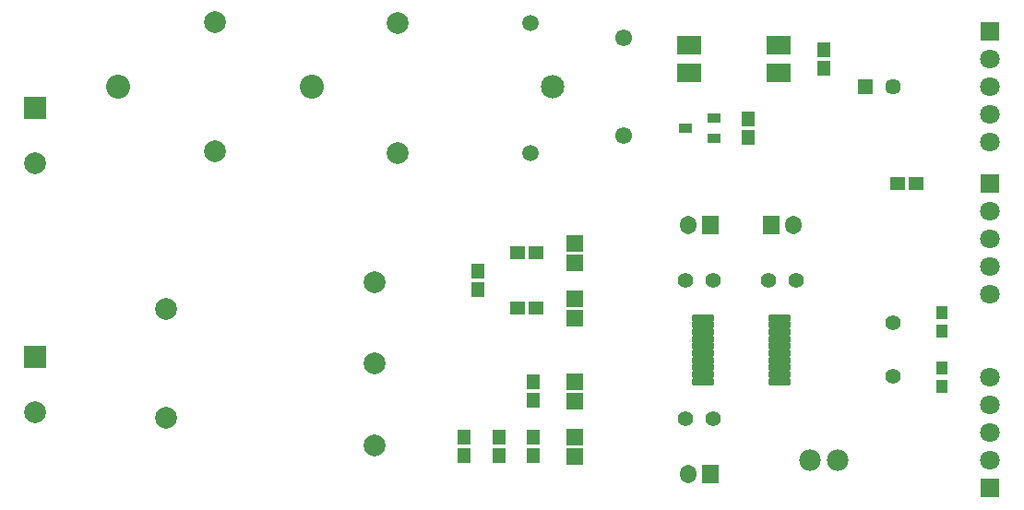
<source format=gts>
G04*
G04 #@! TF.GenerationSoftware,Altium Limited,Altium Designer,21.4.1 (30)*
G04*
G04 Layer_Color=8388736*
%FSTAX24Y24*%
%MOIN*%
G70*
G04*
G04 #@! TF.SameCoordinates,1087EDB9-1C9E-4751-9A69-D70096B2919A*
G04*
G04*
G04 #@! TF.FilePolarity,Negative*
G04*
G01*
G75*
%ADD17R,0.0613X0.0592*%
%ADD18R,0.0866X0.0669*%
%ADD22R,0.0421X0.0475*%
%ADD24R,0.0493X0.0533*%
%ADD25R,0.0513X0.0356*%
%ADD26R,0.0533X0.0493*%
G04:AMPARAMS|DCode=27|XSize=82.8mil|YSize=26.9mil|CornerRadius=6.4mil|HoleSize=0mil|Usage=FLASHONLY|Rotation=0.000|XOffset=0mil|YOffset=0mil|HoleType=Round|Shape=RoundedRectangle|*
%AMROUNDEDRECTD27*
21,1,0.0828,0.0142,0,0,0.0*
21,1,0.0701,0.0269,0,0,0.0*
1,1,0.0127,0.0350,-0.0071*
1,1,0.0127,-0.0350,-0.0071*
1,1,0.0127,-0.0350,0.0071*
1,1,0.0127,0.0350,0.0071*
%
%ADD27ROUNDEDRECTD27*%
%ADD28R,0.0710X0.0710*%
%ADD29C,0.0710*%
%ADD30C,0.0552*%
%ADD31C,0.0867*%
%ADD32C,0.0789*%
%ADD33R,0.0789X0.0789*%
%ADD34C,0.0595*%
%ADD35C,0.0848*%
%ADD36O,0.0592X0.0671*%
%ADD37R,0.0592X0.0671*%
%ADD38C,0.0571*%
%ADD39R,0.0571X0.0571*%
%ADD40C,0.0611*%
%ADD41C,0.0780*%
D17*
X034Y022355D02*
D03*
Y021645D02*
D03*
Y019645D02*
D03*
Y020355D02*
D03*
Y017355D02*
D03*
Y016645D02*
D03*
Y014645D02*
D03*
Y015355D02*
D03*
D18*
X038136Y0285D02*
D03*
Y0295D02*
D03*
X041364D02*
D03*
Y0285D02*
D03*
D22*
X04725Y019175D02*
D03*
Y019825D02*
D03*
Y017825D02*
D03*
Y017175D02*
D03*
D24*
X043Y029335D02*
D03*
Y028665D02*
D03*
X04025Y026835D02*
D03*
Y026165D02*
D03*
X0305Y021335D02*
D03*
Y020665D02*
D03*
X03125Y015335D02*
D03*
Y014665D02*
D03*
X03Y014665D02*
D03*
Y015335D02*
D03*
X0325Y017335D02*
D03*
Y016665D02*
D03*
Y014665D02*
D03*
Y015335D02*
D03*
D25*
X037988Y0265D02*
D03*
X039012Y026874D02*
D03*
Y026126D02*
D03*
D26*
X031915Y022D02*
D03*
X032585D02*
D03*
X031915Y02D02*
D03*
X032585D02*
D03*
X046335Y0245D02*
D03*
X045665D02*
D03*
D27*
X03862Y019652D02*
D03*
Y019396D02*
D03*
Y01914D02*
D03*
Y018884D02*
D03*
Y018628D02*
D03*
Y018372D02*
D03*
Y018116D02*
D03*
Y01786D02*
D03*
Y017604D02*
D03*
Y017348D02*
D03*
X04138D02*
D03*
Y017604D02*
D03*
Y01786D02*
D03*
Y018116D02*
D03*
Y018372D02*
D03*
Y018628D02*
D03*
Y018884D02*
D03*
Y01914D02*
D03*
Y019396D02*
D03*
Y019652D02*
D03*
D28*
X049Y03D02*
D03*
Y0135D02*
D03*
Y0245D02*
D03*
D29*
Y029D02*
D03*
Y028D02*
D03*
Y027D02*
D03*
Y026D02*
D03*
Y0145D02*
D03*
Y0155D02*
D03*
Y0165D02*
D03*
Y0175D02*
D03*
Y0235D02*
D03*
Y0225D02*
D03*
Y0215D02*
D03*
Y0205D02*
D03*
D30*
X0455Y017539D02*
D03*
Y019461D02*
D03*
X038Y021D02*
D03*
X039D02*
D03*
X042D02*
D03*
X041D02*
D03*
X038Y016D02*
D03*
X039D02*
D03*
D31*
X0245Y028D02*
D03*
X0175D02*
D03*
D32*
X021Y030323D02*
D03*
Y025677D02*
D03*
X0145Y01625D02*
D03*
Y02525D02*
D03*
X027598Y030315D02*
D03*
Y025591D02*
D03*
X02676Y018D02*
D03*
X01924Y019969D02*
D03*
Y016029D02*
D03*
X02676Y020953D02*
D03*
Y015047D02*
D03*
D33*
X0145Y01825D02*
D03*
Y02725D02*
D03*
D34*
X032402Y025591D02*
D03*
Y030315D02*
D03*
D35*
X033189Y028D02*
D03*
D36*
X038106Y023D02*
D03*
X041894D02*
D03*
X038106Y014D02*
D03*
D37*
X038894Y023D02*
D03*
X041106D02*
D03*
X038894Y014D02*
D03*
D38*
X0455Y028D02*
D03*
D39*
X0445D02*
D03*
D40*
X03575Y026228D02*
D03*
Y029772D02*
D03*
D41*
X0425Y0145D02*
D03*
X0435Y0145D02*
D03*
M02*

</source>
